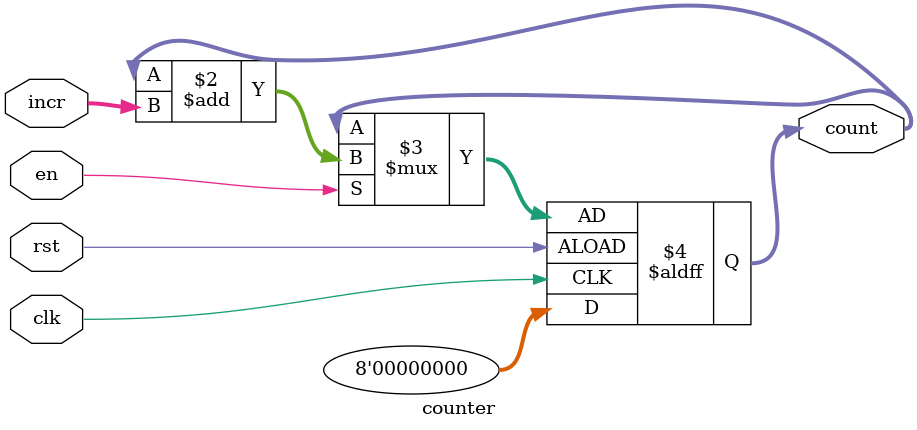
<source format=sv>
module counter #(
    parameter WIDTH = 8
) (
    // interface signals
    input logic              clk,// clock
    input logic              rst,// rst
    input logic              en,// load counter from data
    input logic [WIDTH-1:0]  incr, 
    output logic [WIDTH-1:0] count
);

always_ff @(posedge clk,negedge rst)
    if (rst)       count<={WIDTH{1'b0}};
     else           count<= en ? count + incr: count; //step 1
    // else           count<= en ? count+{{WIDTH-1{1'b0}},1'b1} : count+{{WIDTH-1{1'b0}},1'b0};



endmodule

</source>
